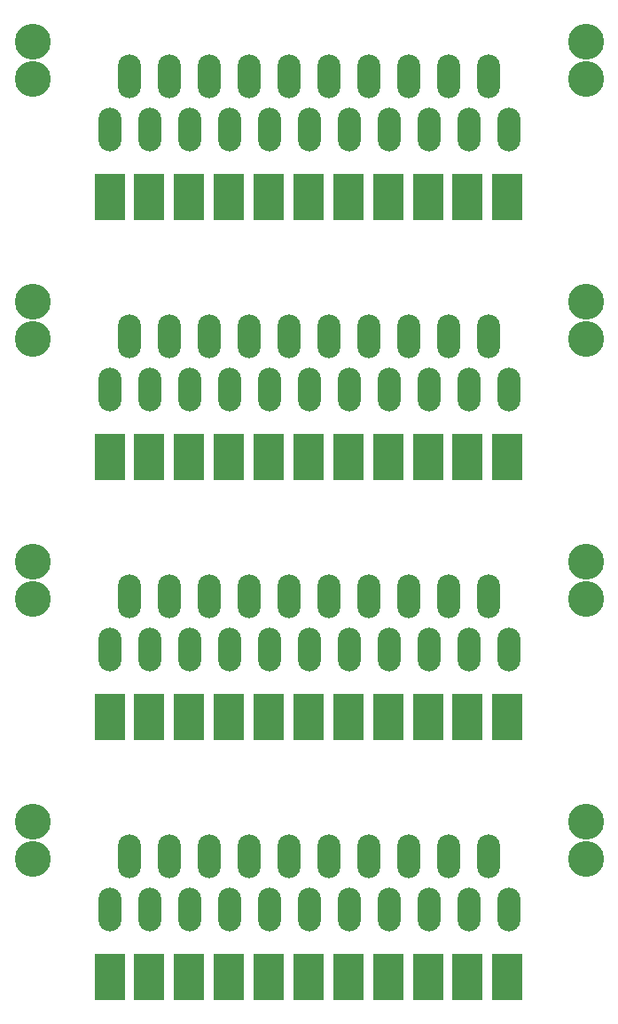
<source format=gbs>
G04 #@! TF.GenerationSoftware,KiCad,Pcbnew,(5.1.0)-1*
G04 #@! TF.CreationDate,2019-08-09T15:31:13-04:00*
G04 #@! TF.ProjectId,4x_PANEL,34785f50-414e-4454-9c2e-6b696361645f,rev?*
G04 #@! TF.SameCoordinates,Original*
G04 #@! TF.FileFunction,Soldermask,Bot*
G04 #@! TF.FilePolarity,Negative*
%FSLAX46Y46*%
G04 Gerber Fmt 4.6, Leading zero omitted, Abs format (unit mm)*
G04 Created by KiCad (PCBNEW (5.1.0)-1) date 2019-08-09 15:31:13*
%MOMM*%
%LPD*%
G04 APERTURE LIST*
%ADD10R,2.900000X4.400000*%
%ADD11C,3.422600*%
%ADD12O,2.184400X4.165600*%
G04 APERTURE END LIST*
D10*
X150825000Y-139340501D03*
X147025000Y-139340501D03*
X143225000Y-139340501D03*
X139425000Y-139340501D03*
X135625000Y-139340501D03*
X131825000Y-139340501D03*
X128025000Y-139340501D03*
X124225000Y-139340501D03*
X120425000Y-139340501D03*
X116625000Y-139340501D03*
X112825000Y-139340501D03*
D11*
X158316000Y-124598000D03*
X158316000Y-128154000D03*
X105484000Y-124598000D03*
X105484000Y-128154000D03*
D12*
X150950000Y-132980000D03*
X149045000Y-127900000D03*
X147140000Y-132980000D03*
X145235000Y-127900000D03*
X143330000Y-132980000D03*
X141425000Y-127900000D03*
X139520000Y-132980000D03*
X137615000Y-127900000D03*
X135710000Y-132980000D03*
X133805000Y-127900000D03*
X131900000Y-132980000D03*
X129995000Y-127900000D03*
X128090000Y-132980000D03*
X126185000Y-127900000D03*
X124280000Y-132980000D03*
X122375000Y-127900000D03*
X120470000Y-132980000D03*
X118565000Y-127900000D03*
X116660000Y-132980000D03*
X114755000Y-127900000D03*
X112850000Y-132980000D03*
X112850000Y-83330000D03*
X114755000Y-78250000D03*
X116660000Y-83330000D03*
X118565000Y-78250000D03*
X120470000Y-83330000D03*
X122375000Y-78250000D03*
X124280000Y-83330000D03*
X126185000Y-78250000D03*
X128090000Y-83330000D03*
X129995000Y-78250000D03*
X131900000Y-83330000D03*
X133805000Y-78250000D03*
X135710000Y-83330000D03*
X137615000Y-78250000D03*
X139520000Y-83330000D03*
X141425000Y-78250000D03*
X143330000Y-83330000D03*
X145235000Y-78250000D03*
X147140000Y-83330000D03*
X149045000Y-78250000D03*
X150950000Y-83330000D03*
D11*
X105484000Y-78504000D03*
X105484000Y-74948000D03*
X158316000Y-78504000D03*
X158316000Y-74948000D03*
D10*
X112825000Y-89750000D03*
X116625000Y-89750000D03*
X120425000Y-89750000D03*
X124225000Y-89750000D03*
X128025000Y-89750000D03*
X131825000Y-89750000D03*
X135625000Y-89750000D03*
X139425000Y-89750000D03*
X143225000Y-89750000D03*
X147025000Y-89750000D03*
X150825000Y-89750000D03*
D11*
X158316000Y-99748000D03*
X158316000Y-103304000D03*
X105484000Y-99748000D03*
X105484000Y-103304000D03*
D12*
X150950000Y-108130000D03*
X149045000Y-103050000D03*
X147140000Y-108130000D03*
X145235000Y-103050000D03*
X143330000Y-108130000D03*
X141425000Y-103050000D03*
X139520000Y-108130000D03*
X137615000Y-103050000D03*
X135710000Y-108130000D03*
X133805000Y-103050000D03*
X131900000Y-108130000D03*
X129995000Y-103050000D03*
X128090000Y-108130000D03*
X126185000Y-103050000D03*
X124280000Y-108130000D03*
X122375000Y-103050000D03*
X120470000Y-108130000D03*
X118565000Y-103050000D03*
X116660000Y-108130000D03*
X114755000Y-103050000D03*
X112850000Y-108130000D03*
D10*
X150825000Y-114550000D03*
X147025000Y-114550000D03*
X143225000Y-114550000D03*
X139425000Y-114550000D03*
X135625000Y-114550000D03*
X131825000Y-114550000D03*
X128025000Y-114550000D03*
X124225000Y-114550000D03*
X120425000Y-114550000D03*
X116625000Y-114550000D03*
X112825000Y-114550000D03*
X112825000Y-164140501D03*
X116625000Y-164140501D03*
X120425000Y-164140501D03*
X124225000Y-164140501D03*
X128025000Y-164140501D03*
X131825000Y-164140501D03*
X135625000Y-164140501D03*
X139425000Y-164140501D03*
X143225000Y-164140501D03*
X147025000Y-164140501D03*
X150825000Y-164140501D03*
D12*
X112850000Y-157780000D03*
X114755000Y-152700000D03*
X116660000Y-157780000D03*
X118565000Y-152700000D03*
X120470000Y-157780000D03*
X122375000Y-152700000D03*
X124280000Y-157780000D03*
X126185000Y-152700000D03*
X128090000Y-157780000D03*
X129995000Y-152700000D03*
X131900000Y-157780000D03*
X133805000Y-152700000D03*
X135710000Y-157780000D03*
X137615000Y-152700000D03*
X139520000Y-157780000D03*
X141425000Y-152700000D03*
X143330000Y-157780000D03*
X145235000Y-152700000D03*
X147140000Y-157780000D03*
X149045000Y-152700000D03*
X150950000Y-157780000D03*
D11*
X105484000Y-152954000D03*
X105484000Y-149398000D03*
X158316000Y-152954000D03*
X158316000Y-149398000D03*
M02*

</source>
